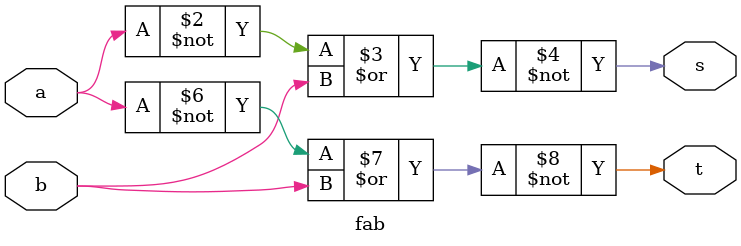
<source format=v>
/*
	Guia_0503.v
	842536 - Mateus Henrique Medeiros Diniz
	
	s = ~(~a | b)
	m a b s
	0 0 0 0
	1 0 1 0
	2 1 0 1
	3 1 1 0
*/

module Guia_0503;
	reg a, b;
	wire s, t;
	
	fab f (s, t, a, b);
	
	initial 
	begin: main
		integer i;
		
		$display("s = ~(~a | b)");
		$display("t = ~(~(a | a) | b)");
		
		$display("a b | s t");
		$monitor("%b %b | %b %b", a, b, s, t);
		
		a = 0;
		b = 0;
		
		for(i = 0; i < 3; i++) begin
			#1;	
			b = ~b;
			if((i + 1) % 2 == 0) begin
				a = ~a;
			end
		end
	end
endmodule

module fab (output s, t, input a, b);
	assign s = ~(~a | b);
	assign t = ~(~(a | a) | b);
endmodule
</source>
